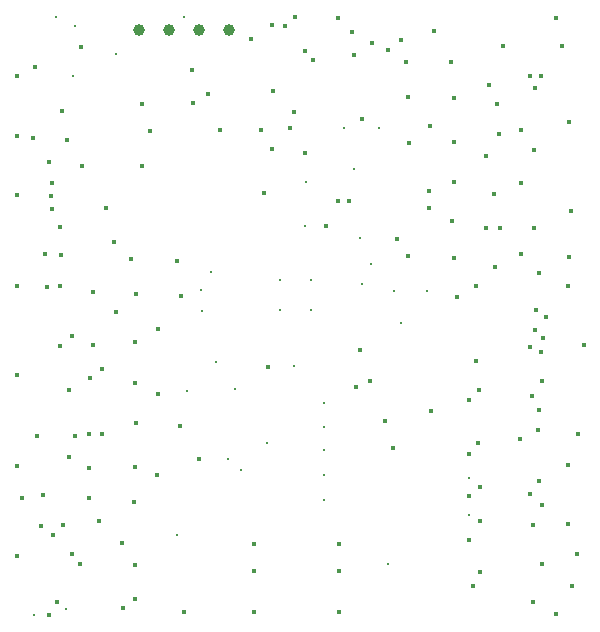
<source format=gbr>
%TF.GenerationSoftware,KiCad,Pcbnew,8.0.7-8.0.7-0~ubuntu22.04.1*%
%TF.CreationDate,2024-12-10T17:00:38-05:00*%
%TF.ProjectId,breakout-tt07-qfn,62726561-6b6f-4757-942d-747430372d71,1.1*%
%TF.SameCoordinates,PX2b64660PY42c1d80*%
%TF.FileFunction,Plated,1,2,PTH,Drill*%
%TF.FilePolarity,Positive*%
%FSLAX46Y46*%
G04 Gerber Fmt 4.6, Leading zero omitted, Abs format (unit mm)*
G04 Created by KiCad (PCBNEW 8.0.7-8.0.7-0~ubuntu22.04.1) date 2024-12-10 17:00:38*
%MOMM*%
%LPD*%
G01*
G04 APERTURE LIST*
%TA.AperFunction,ViaDrill*%
%ADD10C,0.300000*%
%TD*%
%TA.AperFunction,ComponentDrill*%
%ADD11C,0.300000*%
%TD*%
%TA.AperFunction,ViaDrill*%
%ADD12C,0.400000*%
%TD*%
%TA.AperFunction,ComponentDrill*%
%ADD13C,0.400000*%
%TD*%
%TA.AperFunction,ComponentDrill*%
%ADD14C,1.000000*%
%TD*%
G04 APERTURE END LIST*
D10*
X51550000Y-23700000D03*
X51700000Y-19500000D03*
X63250004Y-40308092D03*
X63673909Y-47939336D03*
X65300000Y-50200000D03*
X70250000Y-48250000D03*
X71200000Y-36400000D03*
X74500000Y-28100000D03*
X76043906Y-41272142D03*
X77500000Y-28100000D03*
X78750002Y-41900003D03*
D11*
%TO.C,STITCHM1*%
X48300000Y-69300000D03*
X50100000Y-18700000D03*
X51000000Y-68800000D03*
X55200000Y-21850000D03*
X60400000Y-62600000D03*
X60950000Y-18700000D03*
X61200000Y-50400000D03*
X62400000Y-41800000D03*
X62500000Y-43600000D03*
X64700000Y-56100000D03*
X65800000Y-57100000D03*
X68000000Y-54800000D03*
X69100000Y-40950000D03*
X69100000Y-43500000D03*
X71300000Y-32700000D03*
X71700000Y-40950000D03*
X71700000Y-43500000D03*
X72800000Y-51400000D03*
X72800000Y-53400000D03*
X72800000Y-55400000D03*
X72800000Y-57500000D03*
X72800000Y-59600000D03*
X75350000Y-31550000D03*
X75900000Y-37400000D03*
X76800000Y-39600000D03*
X78200000Y-65000000D03*
X79300000Y-44600000D03*
X81500000Y-41900000D03*
X85100000Y-57700000D03*
X85100000Y-60900000D03*
%TD*%
D12*
X47250000Y-59409998D03*
X48200000Y-28929998D03*
X48350000Y-22900000D03*
X49200000Y-38800000D03*
X49400000Y-41600000D03*
X49500000Y-69300000D03*
X49559313Y-30940687D03*
X49750000Y-32750000D03*
X49750000Y-35000000D03*
X49876345Y-62582437D03*
X50250000Y-68250000D03*
X50600000Y-26650000D03*
X50750000Y-61750000D03*
X51026892Y-29127096D03*
X51250000Y-50250000D03*
X51250000Y-56000000D03*
X51500000Y-45750000D03*
X51500000Y-64200000D03*
X52150000Y-65050000D03*
X52250000Y-21250000D03*
X52900000Y-56900000D03*
X52900000Y-59409998D03*
X52950091Y-54003998D03*
X53000000Y-49249998D03*
X53250000Y-42000000D03*
X53300000Y-46500000D03*
X53750000Y-61350000D03*
X54000000Y-48500000D03*
X54000000Y-53990002D03*
X54394485Y-34850000D03*
X55000000Y-37750000D03*
X55200000Y-43700000D03*
X55750000Y-63250000D03*
X55780331Y-68780331D03*
X56500000Y-39200000D03*
X56700000Y-59800000D03*
X56800000Y-46200000D03*
X56800000Y-49700000D03*
X56800000Y-56825000D03*
X56900000Y-42200000D03*
X56900000Y-53100000D03*
X58090000Y-28340000D03*
X58700000Y-57500000D03*
X58800000Y-45100000D03*
X58800000Y-50600000D03*
X60400000Y-39400000D03*
X60600000Y-53300000D03*
X60700000Y-42300000D03*
X62200000Y-56100000D03*
X63000000Y-25250000D03*
X64000000Y-28250000D03*
X66631492Y-20600000D03*
X67500000Y-28250000D03*
X67750000Y-33600000D03*
X68043309Y-48304755D03*
X68400000Y-29914164D03*
X68500000Y-25000000D03*
X69499994Y-19500000D03*
X69970281Y-28090381D03*
X70250000Y-26750000D03*
X70370711Y-18700000D03*
X71200000Y-30200000D03*
X71250000Y-21550000D03*
X71901080Y-22348919D03*
X73025000Y-36425000D03*
X74000000Y-18750000D03*
X74000000Y-34250000D03*
X74900000Y-34300010D03*
X75400000Y-21950000D03*
X75500000Y-50000000D03*
X76000000Y-27323000D03*
X76700000Y-49500000D03*
X76900000Y-20900000D03*
X78249996Y-21500000D03*
X79000000Y-37500000D03*
X79800000Y-22500000D03*
X79900000Y-25500000D03*
X79900000Y-38900000D03*
X80000000Y-29400000D03*
X81700000Y-34900000D03*
X81712754Y-33400000D03*
X81800000Y-27900000D03*
X83600000Y-22500000D03*
X83700000Y-36000000D03*
X83800000Y-25600000D03*
X83800000Y-29300000D03*
X83800000Y-32700000D03*
X83800000Y-39100000D03*
X84100000Y-42400000D03*
X85700000Y-41500004D03*
X85700000Y-47800000D03*
X85894525Y-54798773D03*
X85969669Y-50250000D03*
X86000000Y-58500000D03*
X86000000Y-61400000D03*
X86000000Y-65688478D03*
X86500000Y-30500000D03*
X86500000Y-36549998D03*
X86750000Y-24500000D03*
X87200000Y-33670002D03*
X87300000Y-39900000D03*
X87484415Y-26050000D03*
X87600000Y-28600000D03*
X87750000Y-36569998D03*
X88000000Y-21200000D03*
X89500000Y-28250000D03*
X89500000Y-32750000D03*
X89500000Y-38750000D03*
X90224724Y-46656914D03*
X90283055Y-23716107D03*
X90500000Y-68260003D03*
X90654658Y-45166458D03*
X90700000Y-24700000D03*
X90750000Y-43500000D03*
X90900000Y-53700000D03*
X91000000Y-51950000D03*
X91000000Y-58000000D03*
X91200000Y-23716107D03*
X91250000Y-49500000D03*
X91250000Y-60000000D03*
X91250000Y-65000000D03*
X91404516Y-45901453D03*
X91623656Y-44082436D03*
X92500000Y-18750000D03*
X92500000Y-69250000D03*
X93499998Y-41500000D03*
X93500000Y-56600000D03*
X93500000Y-61610002D03*
X93600000Y-27600000D03*
X93600000Y-39000000D03*
X93700000Y-35100000D03*
X94250000Y-64150002D03*
X94300000Y-53990002D03*
X94800000Y-46500000D03*
D13*
%TO.C,STITCHB1*%
X46800000Y-23700000D03*
X46800000Y-28800000D03*
X46800000Y-33800000D03*
X46800000Y-41500000D03*
X46800000Y-49000000D03*
X46800000Y-56700000D03*
X46800000Y-64300000D03*
X48550000Y-54200000D03*
X48900000Y-61800000D03*
X49000000Y-59200000D03*
X49700000Y-33900000D03*
X50500000Y-36500000D03*
X50500000Y-41500000D03*
X50500000Y-46600000D03*
X50550000Y-38850000D03*
X51700000Y-54200000D03*
X52300000Y-31300000D03*
X56800000Y-65100000D03*
X56800000Y-68000000D03*
X57400000Y-26100000D03*
X57400000Y-31300000D03*
X61000000Y-69100000D03*
X61650000Y-23200000D03*
X61750000Y-26000000D03*
X66900000Y-63300000D03*
X66900000Y-65600000D03*
X66900000Y-69100000D03*
X68400000Y-19400000D03*
X74100000Y-63300000D03*
X74100000Y-65600000D03*
X74100000Y-69100000D03*
X75150000Y-20000000D03*
X75900000Y-46900000D03*
X78000000Y-52900000D03*
X78700000Y-55200000D03*
X79300000Y-20650000D03*
X81900000Y-52100000D03*
X82100000Y-19900000D03*
X85100000Y-51100000D03*
X85100000Y-55700000D03*
X85100000Y-59300000D03*
X85100000Y-63000000D03*
X85400000Y-66900000D03*
X89450000Y-54450000D03*
X90300000Y-59100000D03*
X90400000Y-50800000D03*
X90500000Y-61700000D03*
X90600000Y-30000000D03*
X90600000Y-36600000D03*
X91000000Y-40400000D03*
X91200000Y-47100000D03*
X93000000Y-21200000D03*
X93800000Y-66900000D03*
D14*
%TO.C,J1*%
X57130000Y-19800000D03*
X59670000Y-19800000D03*
X62210000Y-19800000D03*
X64750000Y-19800000D03*
M02*

</source>
